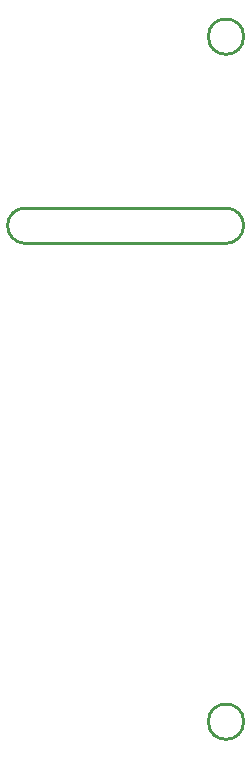
<source format=gm1>
G04*
G04 #@! TF.GenerationSoftware,Altium Limited,Altium Designer,24.8.2 (39)*
G04*
G04 Layer_Color=16711935*
%FSLAX25Y25*%
%MOIN*%
G70*
G04*
G04 #@! TF.SameCoordinates,02F50CB3-6734-476E-9E77-A5ECF95833D4*
G04*
G04*
G04 #@! TF.FilePolarity,Positive*
G04*
G01*
G75*
%ADD39C,0.01000*%
D39*
X212598Y218504D02*
G03*
X206693Y224410I-5906J0D01*
G01*
Y212598D02*
G03*
X212598Y218504I0J5906D01*
G01*
X139764Y224410D02*
G03*
X133858Y218504I0J-5906D01*
G01*
D02*
G03*
X139764Y212598I5906J0D01*
G01*
X212598Y53150D02*
G03*
X212598Y53150I-5906J0D01*
G01*
Y281496D02*
G03*
X212598Y281496I-5906J0D01*
G01*
X139764Y212598D02*
X206693D01*
X139764Y224410D02*
X206693D01*
M02*

</source>
